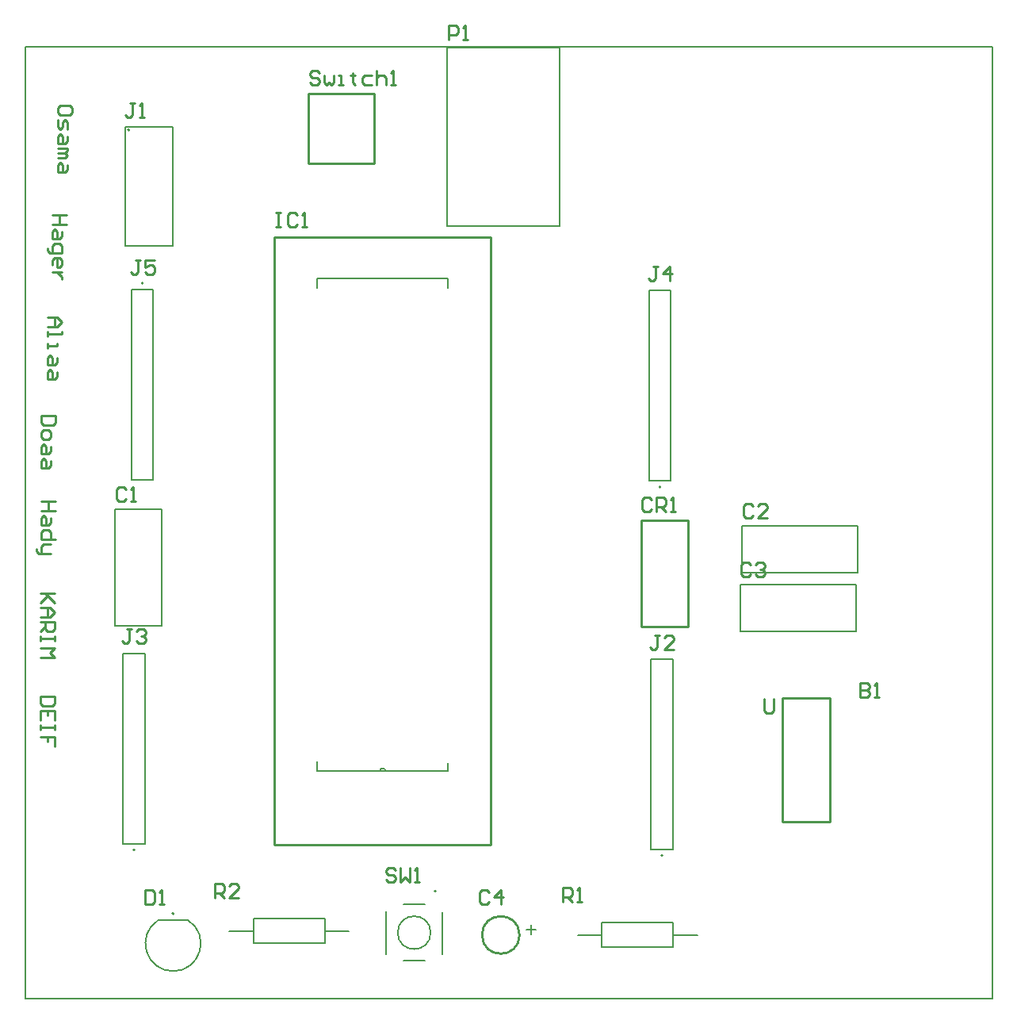
<source format=gbr>
%TF.GenerationSoftware,Altium Limited,Altium Designer,22.8.2 (66)*%
G04 Layer_Color=65535*
%FSLAX45Y45*%
%MOMM*%
%TF.SameCoordinates,FB7AEFDD-F9D1-43F8-8D2B-1616BFC5D0C0*%
%TF.FilePolarity,Positive*%
%TF.FileFunction,Legend,Top*%
%TF.Part,Single*%
G01*
G75*
%TA.AperFunction,NonConductor*%
%ADD39C,0.15240*%
%ADD40C,0.25400*%
%ADD41C,0.12700*%
%ADD42C,0.20000*%
D39*
X10368480Y4958100D02*
G03*
X10307520Y4958100I-30480J0D01*
G01*
X11036500Y10114300D02*
Y10215900D01*
Y4958100D02*
Y5041920D01*
X10368480Y4958100D02*
X11036500D01*
X10307520D02*
X10368480D01*
X9639500D02*
X10307520D01*
X9639500Y10114300D02*
Y10215900D01*
X11036500D01*
X9639500Y4958100D02*
Y5059700D01*
D40*
X11800000Y3210000D02*
G03*
X11800000Y3210000I-200000J0D01*
G01*
X9180999Y4170700D02*
X11481000D01*
X11493700D02*
Y10660400D01*
X9182300D02*
X11493700D01*
X9180999Y4170700D02*
Y10659100D01*
X9182300Y10660400D01*
X9546198Y12192302D02*
X10246202D01*
X9546198Y11442301D02*
X10246202D01*
X9546198D02*
Y12192302D01*
X10246202Y11442301D02*
Y12192302D01*
X14603874Y5741398D02*
X15113876D01*
X14603874Y4421401D02*
Y5741398D01*
Y4421401D02*
X15113876D01*
Y5741398D01*
X13097697Y7639898D02*
X13597702D01*
X13097697Y6499901D02*
Y7639898D01*
Y6499901D02*
X13597702D01*
Y7639898D01*
X7023051Y11988825D02*
Y12039608D01*
X6997659Y12065000D01*
X6896092D01*
X6870700Y12039608D01*
Y11988825D01*
X6896092Y11963433D01*
X6997659D01*
X7023051Y11988825D01*
X6870700Y11912649D02*
Y11836474D01*
X6896092Y11811082D01*
X6921483Y11836474D01*
Y11887257D01*
X6946875Y11912649D01*
X6972267Y11887257D01*
Y11811082D01*
Y11734907D02*
Y11684123D01*
X6946875Y11658731D01*
X6870700D01*
Y11734907D01*
X6896092Y11760299D01*
X6921483Y11734907D01*
Y11658731D01*
X6870700Y11607948D02*
X6972267D01*
Y11582556D01*
X6946875Y11557164D01*
X6870700D01*
X6946875D01*
X6972267Y11531772D01*
X6946875Y11506381D01*
X6870700D01*
X6972267Y11430205D02*
Y11379422D01*
X6946875Y11354030D01*
X6870700D01*
Y11430205D01*
X6896092Y11455597D01*
X6921483Y11430205D01*
Y11354030D01*
X6959534Y10896600D02*
X6807183D01*
X6883359D01*
Y10795033D01*
X6959534D01*
X6807183D01*
X6908751Y10718857D02*
Y10668074D01*
X6883359Y10642682D01*
X6807183D01*
Y10718857D01*
X6832575Y10744249D01*
X6857967Y10718857D01*
Y10642682D01*
X6756400Y10541115D02*
Y10515723D01*
X6781792Y10490331D01*
X6908751D01*
Y10566507D01*
X6883359Y10591899D01*
X6832575D01*
X6807183Y10566507D01*
Y10490331D01*
Y10363372D02*
Y10414156D01*
X6832575Y10439548D01*
X6883359D01*
X6908751Y10414156D01*
Y10363372D01*
X6883359Y10337981D01*
X6857967D01*
Y10439548D01*
X6908751Y10287197D02*
X6807183D01*
X6857967D01*
X6883359Y10261805D01*
X6908751Y10236414D01*
Y10211022D01*
X6756400Y9804400D02*
X6857967D01*
X6908751Y9753617D01*
X6857967Y9702833D01*
X6756400D01*
X6832575D01*
Y9804400D01*
X6756400Y9652049D02*
Y9601266D01*
Y9626657D01*
X6908751D01*
Y9652049D01*
X6756400Y9525090D02*
Y9474307D01*
Y9499699D01*
X6857967D01*
Y9525090D01*
Y9372740D02*
Y9321956D01*
X6832575Y9296564D01*
X6756400D01*
Y9372740D01*
X6781792Y9398132D01*
X6807183Y9372740D01*
Y9296564D01*
X6857967Y9220389D02*
Y9169605D01*
X6832575Y9144214D01*
X6756400D01*
Y9220389D01*
X6781792Y9245781D01*
X6807183Y9220389D01*
Y9144214D01*
X6845251Y8750300D02*
X6692900D01*
Y8674125D01*
X6718292Y8648733D01*
X6819859D01*
X6845251Y8674125D01*
Y8750300D01*
X6692900Y8572557D02*
Y8521774D01*
X6718292Y8496382D01*
X6769075D01*
X6794467Y8521774D01*
Y8572557D01*
X6769075Y8597949D01*
X6718292D01*
X6692900Y8572557D01*
X6794467Y8420207D02*
Y8369423D01*
X6769075Y8344031D01*
X6692900D01*
Y8420207D01*
X6718292Y8445599D01*
X6743683Y8420207D01*
Y8344031D01*
X6794467Y8267856D02*
Y8217072D01*
X6769075Y8191681D01*
X6692900D01*
Y8267856D01*
X6718292Y8293248D01*
X6743683Y8267856D01*
Y8191681D01*
X6845234Y7835900D02*
X6692883D01*
X6769059D01*
Y7734333D01*
X6845234D01*
X6692883D01*
X6794451Y7658157D02*
Y7607374D01*
X6769059Y7581982D01*
X6692883D01*
Y7658157D01*
X6718275Y7683549D01*
X6743667Y7658157D01*
Y7581982D01*
X6845234Y7429631D02*
X6692883D01*
Y7505807D01*
X6718275Y7531199D01*
X6769059D01*
X6794451Y7505807D01*
Y7429631D01*
Y7378848D02*
X6718275D01*
X6692883Y7353456D01*
Y7277281D01*
X6667492D01*
X6642100Y7302672D01*
Y7328064D01*
X6692883Y7277281D02*
X6794451D01*
X6832551Y5753100D02*
X6680200D01*
Y5676925D01*
X6705592Y5651533D01*
X6807159D01*
X6832551Y5676925D01*
Y5753100D01*
Y5499182D02*
Y5600749D01*
X6680200D01*
Y5499182D01*
X6756375Y5600749D02*
Y5549966D01*
X6832551Y5448399D02*
Y5397615D01*
Y5423007D01*
X6680200D01*
Y5448399D01*
Y5397615D01*
X6832551Y5219872D02*
Y5321440D01*
X6756375D01*
Y5270656D01*
Y5321440D01*
X6680200D01*
X6832551Y6858000D02*
X6680200D01*
X6730983D01*
X6832551Y6756433D01*
X6756375Y6832608D01*
X6680200Y6756433D01*
Y6705649D02*
X6781767D01*
X6832551Y6654866D01*
X6781767Y6604082D01*
X6680200D01*
X6756375D01*
Y6705649D01*
X6680200Y6553299D02*
X6832551D01*
Y6477123D01*
X6807159Y6451731D01*
X6756375D01*
X6730983Y6477123D01*
Y6553299D01*
Y6502515D02*
X6680200Y6451731D01*
X6832551Y6400948D02*
Y6350164D01*
Y6375556D01*
X6680200D01*
Y6400948D01*
Y6350164D01*
Y6273989D02*
X6832551D01*
X6781767Y6223205D01*
X6832551Y6172422D01*
X6680200D01*
X15435580Y5897831D02*
Y5745480D01*
X15511755D01*
X15537148Y5770872D01*
Y5796263D01*
X15511755Y5821655D01*
X15435580D01*
X15511755D01*
X15537148Y5847047D01*
Y5872439D01*
X15511755Y5897831D01*
X15435580D01*
X15587930Y5745480D02*
X15638715D01*
X15613322D01*
Y5897831D01*
X15587930Y5872439D01*
X11046460Y12766040D02*
Y12918391D01*
X11122635D01*
X11148027Y12892999D01*
Y12842215D01*
X11122635Y12816823D01*
X11046460D01*
X11198811Y12766040D02*
X11249594D01*
X11224203D01*
Y12918391D01*
X11198811Y12892999D01*
X9659587Y12407859D02*
X9634195Y12433251D01*
X9583412D01*
X9558020Y12407859D01*
Y12382467D01*
X9583412Y12357075D01*
X9634195D01*
X9659587Y12331683D01*
Y12306292D01*
X9634195Y12280900D01*
X9583412D01*
X9558020Y12306292D01*
X9710371Y12382467D02*
Y12306292D01*
X9735763Y12280900D01*
X9761154Y12306292D01*
X9786546Y12280900D01*
X9811938Y12306292D01*
Y12382467D01*
X9862721Y12280900D02*
X9913505D01*
X9888113D01*
Y12382467D01*
X9862721D01*
X10015072Y12407859D02*
Y12382467D01*
X9989680D01*
X10040464D01*
X10015072D01*
Y12306292D01*
X10040464Y12280900D01*
X10218206Y12382467D02*
X10142031D01*
X10116639Y12357075D01*
Y12306292D01*
X10142031Y12280900D01*
X10218206D01*
X10268990Y12433251D02*
Y12280900D01*
Y12357075D01*
X10294382Y12382467D01*
X10345165D01*
X10370557Y12357075D01*
Y12280900D01*
X10421341D02*
X10472124D01*
X10446732D01*
Y12433251D01*
X10421341Y12407859D01*
X14414500Y5727651D02*
Y5600692D01*
X14439893Y5575300D01*
X14490675D01*
X14516068Y5600692D01*
Y5727651D01*
X10474927Y3901399D02*
X10449535Y3926791D01*
X10398752D01*
X10373360Y3901399D01*
Y3876007D01*
X10398752Y3850615D01*
X10449535D01*
X10474927Y3825223D01*
Y3799832D01*
X10449535Y3774440D01*
X10398752D01*
X10373360Y3799832D01*
X10525711Y3926791D02*
Y3774440D01*
X10576494Y3825223D01*
X10627278Y3774440D01*
Y3926791D01*
X10678061Y3774440D02*
X10728845D01*
X10703453D01*
Y3926791D01*
X10678061Y3901399D01*
X8544560Y3606800D02*
Y3759151D01*
X8620735D01*
X8646127Y3733759D01*
Y3682975D01*
X8620735Y3657583D01*
X8544560D01*
X8595343D02*
X8646127Y3606800D01*
X8798478D02*
X8696911D01*
X8798478Y3708367D01*
Y3733759D01*
X8773086Y3759151D01*
X8722303D01*
X8696911Y3733759D01*
X12265660Y3566160D02*
Y3718511D01*
X12341835D01*
X12367227Y3693119D01*
Y3642335D01*
X12341835Y3616943D01*
X12265660D01*
X12316443D02*
X12367227Y3566160D01*
X12418011D02*
X12468794D01*
X12443403D01*
Y3718511D01*
X12418011Y3693119D01*
X7752047Y10416491D02*
X7701263D01*
X7726655D01*
Y10289532D01*
X7701263Y10264140D01*
X7675872D01*
X7650480Y10289532D01*
X7904398Y10416491D02*
X7802831D01*
Y10340315D01*
X7853614Y10365707D01*
X7879006D01*
X7904398Y10340315D01*
Y10289532D01*
X7879006Y10264140D01*
X7828223D01*
X7802831Y10289532D01*
X13276547Y10345371D02*
X13225763D01*
X13251155D01*
Y10218412D01*
X13225763Y10193020D01*
X13200372D01*
X13174980Y10218412D01*
X13403506Y10193020D02*
Y10345371D01*
X13327332Y10269195D01*
X13428899D01*
X7658067Y6471871D02*
X7607283D01*
X7632675D01*
Y6344912D01*
X7607283Y6319520D01*
X7581892D01*
X7556500Y6344912D01*
X7708851Y6446479D02*
X7734243Y6471871D01*
X7785026D01*
X7810418Y6446479D01*
Y6421087D01*
X7785026Y6395695D01*
X7759634D01*
X7785026D01*
X7810418Y6370303D01*
Y6344912D01*
X7785026Y6319520D01*
X7734243D01*
X7708851Y6344912D01*
X13296867Y6410911D02*
X13246083D01*
X13271475D01*
Y6283952D01*
X13246083Y6258560D01*
X13220692D01*
X13195300Y6283952D01*
X13449219Y6258560D02*
X13347652D01*
X13449219Y6360127D01*
Y6385519D01*
X13423827Y6410911D01*
X13373042D01*
X13347652Y6385519D01*
X7691087Y12090351D02*
X7640303D01*
X7665695D01*
Y11963392D01*
X7640303Y11938000D01*
X7614912D01*
X7589520Y11963392D01*
X7741871Y11938000D02*
X7792654D01*
X7767263D01*
Y12090351D01*
X7741871Y12064959D01*
X9194800Y10919411D02*
X9245583D01*
X9220192D01*
Y10767060D01*
X9194800D01*
X9245583D01*
X9423326Y10894019D02*
X9397934Y10919411D01*
X9347151D01*
X9321759Y10894019D01*
Y10792452D01*
X9347151Y10767060D01*
X9397934D01*
X9423326Y10792452D01*
X9474110Y10767060D02*
X9524893D01*
X9499501D01*
Y10919411D01*
X9474110Y10894019D01*
X7802880Y3688031D02*
Y3535680D01*
X7879055D01*
X7904447Y3561072D01*
Y3662639D01*
X7879055Y3688031D01*
X7802880D01*
X7955231Y3535680D02*
X8006014D01*
X7980623D01*
Y3688031D01*
X7955231Y3662639D01*
X13213046Y7856179D02*
X13187656Y7881571D01*
X13136871D01*
X13111481Y7856179D01*
Y7754612D01*
X13136871Y7729220D01*
X13187656D01*
X13213046Y7754612D01*
X13263831Y7729220D02*
Y7881571D01*
X13340005D01*
X13365398Y7856179D01*
Y7805395D01*
X13340005Y7780003D01*
X13263831D01*
X13314613D02*
X13365398Y7729220D01*
X13416180D02*
X13466965D01*
X13441573D01*
Y7881571D01*
X13416180Y7856179D01*
X11478227Y3662639D02*
X11452835Y3688031D01*
X11402052D01*
X11376660Y3662639D01*
Y3561072D01*
X11402052Y3535680D01*
X11452835D01*
X11478227Y3561072D01*
X11605186Y3535680D02*
Y3688031D01*
X11529011Y3611855D01*
X11630578D01*
X14272227Y7165299D02*
X14246835Y7190691D01*
X14196053D01*
X14170660Y7165299D01*
Y7063732D01*
X14196053Y7038340D01*
X14246835D01*
X14272227Y7063732D01*
X14323010Y7165299D02*
X14348402Y7190691D01*
X14399187D01*
X14424577Y7165299D01*
Y7139907D01*
X14399187Y7114515D01*
X14373795D01*
X14399187D01*
X14424577Y7089123D01*
Y7063732D01*
X14399187Y7038340D01*
X14348402D01*
X14323010Y7063732D01*
X14292548Y7790139D02*
X14267155Y7815531D01*
X14216373D01*
X14190981Y7790139D01*
Y7688572D01*
X14216373Y7663180D01*
X14267155D01*
X14292548Y7688572D01*
X14444897Y7663180D02*
X14343330D01*
X14444897Y7764747D01*
Y7790139D01*
X14419505Y7815531D01*
X14368723D01*
X14343330Y7790139D01*
X7599647Y7965399D02*
X7574255Y7990791D01*
X7523472D01*
X7498080Y7965399D01*
Y7863832D01*
X7523472Y7838440D01*
X7574255D01*
X7599647Y7863832D01*
X7650431Y7838440D02*
X7701214D01*
X7675823D01*
Y7990791D01*
X7650431Y7965399D01*
D41*
X7633000Y11803000D02*
G03*
X7633000Y11803000I-10000J0D01*
G01*
X10850500Y3235000D02*
G03*
X10850500Y3235000I-175500J0D01*
G01*
X7943400Y3370000D02*
G03*
X8256600Y3370000I156600J-250612D01*
G01*
X8097000Y10567000D02*
Y11837000D01*
X7589000D02*
X8097000D01*
X7589000Y10567000D02*
Y11837000D01*
Y10567000D02*
X8097000D01*
X13437003Y4123000D02*
Y6155000D01*
X13203003Y4123000D02*
Y6155000D01*
X13437003D01*
X13203003Y4123000D02*
X13437003D01*
X7798103Y4184800D02*
Y6216800D01*
X7564102Y4184800D02*
Y6216800D01*
X7798103D01*
X7564102Y4184800D02*
X7798103D01*
X13417003Y8057000D02*
Y10089000D01*
X13183003Y8057000D02*
Y10089000D01*
X13417003D01*
X13183003Y8057000D02*
X13417003D01*
X7653002Y8071000D02*
Y10103000D01*
X7887003Y8071000D02*
Y10103000D01*
X7653002Y8071000D02*
X7887003D01*
X7653002Y10103000D02*
X7887003D01*
X10560002Y3534498D02*
X10789999D01*
X10375502Y3005000D02*
Y3464999D01*
X10560002Y2935003D02*
X10789999D01*
X10974500Y3005000D02*
Y3455001D01*
X7943399Y3370002D02*
X8256601D01*
D42*
X13330000Y4058000D02*
G03*
X13330000Y4058000I-10000J0D01*
G01*
X7691100Y4119800D02*
G03*
X7691100Y4119800I-10000J0D01*
G01*
X13310001Y7992000D02*
G03*
X13310001Y7992000I-10000J0D01*
G01*
X7780000Y10168000D02*
G03*
X7780000Y10168000I-10000J0D01*
G01*
X10910000Y3679500D02*
G03*
X10910000Y3679500I-10000J0D01*
G01*
X8110000Y3440000D02*
G03*
X8110000Y3440000I-10000J0D01*
G01*
X6520000Y2530000D02*
X16850000D01*
X6520000Y12690000D02*
X16850000D01*
Y2530000D02*
Y12690000D01*
X6520000Y2530000D02*
Y12690000D01*
X11030001Y10779999D02*
Y12680001D01*
X12229999Y10779999D02*
Y12680001D01*
X11030001Y10779999D02*
X12229999D01*
X11030001Y12680001D02*
X12229999D01*
X12677497Y3082502D02*
Y3210000D01*
Y3082502D02*
X12800002D01*
X13260001D01*
X13442500D01*
Y3347500D01*
X12677497D02*
X12789999D01*
X12925000D01*
X13195003D01*
X13442500D01*
X12677497Y3210000D02*
Y3347500D01*
X13442500Y3210000D02*
X13700000D01*
X12419997D02*
X12677497D01*
X7481898Y6512101D02*
X7981902D01*
X7481898Y7602101D02*
Y7752098D01*
X7981902D01*
Y7602101D02*
Y7752098D01*
X7481898Y6512101D02*
Y7682101D01*
X7981902Y6512101D02*
Y7612098D01*
X15414600Y7077898D02*
Y7577902D01*
X14174602Y7077898D02*
X14324599D01*
X14174602D02*
Y7577902D01*
X14324599D01*
X14244598Y7077898D02*
X15414600D01*
X14314603Y7577902D02*
X15414600D01*
X15395900Y6452900D02*
Y6952899D01*
X14155898Y6452900D02*
X14305901D01*
X14155898D02*
Y6952899D01*
X14305901D01*
X14225900Y6452900D02*
X15395900D01*
X14295901Y6952899D02*
X15395900D01*
X11869199Y3270000D02*
X11970799D01*
X11919999Y3219200D02*
Y3320800D01*
X8957503Y3122502D02*
Y3250000D01*
Y3122502D02*
X9080002D01*
X9540001D01*
X9722500D01*
Y3387500D01*
X8957503D02*
X9069999D01*
X9205000D01*
X9475002D01*
X9722500D01*
X8957503Y3250000D02*
Y3387500D01*
X9722500Y3250000D02*
X9980000D01*
X8700002D02*
X8957503D01*
%TF.MD5,dfc46433831c7db5bf459ae699ac9f8b*%
M02*

</source>
